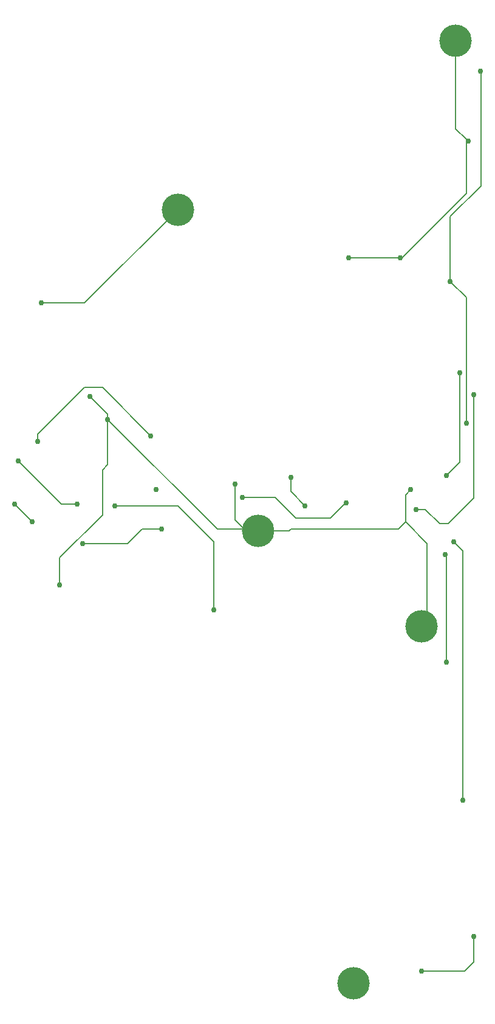
<source format=gbr>
G04 EAGLE Gerber RS-274X export*
G75*
%MOMM*%
%FSLAX34Y34*%
%LPD*%
%INBottom Copper*%
%IPPOS*%
%AMOC8*
5,1,8,0,0,1.08239X$1,22.5*%
G01*
%ADD10C,4.516000*%
%ADD11C,0.152400*%
%ADD12C,0.756400*%


D10*
X1507500Y2465000D03*
X1120000Y2230000D03*
X1232500Y1782500D03*
X1460000Y1650000D03*
X1365000Y1152500D03*
D11*
X1522500Y2252500D02*
X1522500Y2322500D01*
D12*
X1358100Y2162500D03*
D11*
X1522500Y2322500D02*
X1522500Y2327500D01*
X1522500Y2252500D02*
X1432500Y2162500D01*
X1430000Y2162500D01*
X1358100Y2162500D01*
D12*
X1430000Y2162500D03*
X1460000Y1170000D03*
D11*
X1520000Y1170000D01*
X1532500Y1182500D01*
X1532500Y1217500D01*
D12*
X1532500Y1217500D03*
X1445000Y1840000D03*
D11*
X1437500Y1832500D01*
X1467500Y1657500D02*
X1460000Y1650000D01*
X1437500Y1795000D02*
X1437500Y1832500D01*
X1437500Y1795000D02*
X1467500Y1765000D01*
X1467500Y1657500D01*
D12*
X997500Y1970000D03*
D11*
X1022500Y1945000D01*
D12*
X1022500Y1937500D03*
X955000Y1707500D03*
D11*
X955000Y1745000D01*
X1015000Y1805000D01*
X1015000Y1867500D01*
X1022500Y1875000D01*
X1232500Y1782500D02*
X1275316Y1782500D01*
X1277896Y1785080D01*
X1427580Y1785080D01*
X1437500Y1795000D01*
X1212500Y1785000D02*
X1175000Y1785000D01*
X1215000Y1782500D02*
X1232500Y1782500D01*
D12*
X1200000Y1847500D03*
D11*
X1200000Y1797500D01*
X1212500Y1785000D01*
X1215000Y1782500D01*
X990000Y2100000D02*
X1120000Y2230000D01*
X990000Y2100000D02*
X930000Y2100000D01*
D12*
X930000Y2100000D03*
D11*
X1507500Y2342500D02*
X1507500Y2465000D01*
X1507500Y2342500D02*
X1522500Y2327500D01*
D12*
X1525000Y2325000D03*
D11*
X1522500Y2322500D01*
X1022500Y1937500D02*
X1022500Y1875000D01*
X1022500Y1937500D02*
X1022500Y1945000D01*
X1022500Y1937500D02*
X1175000Y1785000D01*
D12*
X897500Y1880000D03*
D11*
X957500Y1820000D01*
X980000Y1820000D01*
D12*
X980000Y1820000D03*
X1495000Y1600000D03*
D11*
X1495000Y1747500D01*
X1492500Y1750000D01*
D12*
X1492500Y1750000D03*
X1170000Y1672500D03*
D11*
X1170000Y1767500D01*
X1120000Y1817500D02*
X1100000Y1817500D01*
D12*
X1032500Y1817500D03*
D11*
X1100000Y1817500D01*
X1120000Y1817500D02*
X1170000Y1767500D01*
D12*
X1210000Y1828822D03*
D11*
X1256178Y1828822D01*
X1332500Y1800000D02*
X1355000Y1822500D01*
X1355000Y1821178D01*
D12*
X1355000Y1821178D03*
D11*
X1285000Y1800000D02*
X1256178Y1828822D01*
X1285000Y1800000D02*
X1332500Y1800000D01*
D12*
X1517500Y1407500D03*
D11*
X1517500Y1755000D01*
X1505000Y1767500D01*
D12*
X1505000Y1767500D03*
X892500Y1820000D03*
D11*
X917500Y1795000D01*
D12*
X917500Y1795000D03*
X987500Y1765000D03*
D11*
X1050000Y1765000D01*
X1070000Y1785000D01*
X1097500Y1785000D01*
D12*
X1097500Y1785000D03*
X1090000Y1840000D03*
X1082500Y1915000D03*
D11*
X1015000Y1982500D01*
X925000Y1917500D02*
X925000Y1907500D01*
D12*
X925000Y1907500D03*
D11*
X990000Y1982500D02*
X1015000Y1982500D01*
X990000Y1982500D02*
X925000Y1917500D01*
D12*
X1500000Y2130000D03*
D11*
X1522500Y2107500D01*
D12*
X1522500Y1932500D03*
D11*
X1522500Y2107500D01*
X1500000Y2130000D02*
X1500000Y2220000D01*
X1542500Y2262500D01*
X1542500Y2422500D01*
X1541900Y2422500D01*
D12*
X1541900Y2422500D03*
X1533106Y1972500D03*
D11*
X1533106Y1828106D01*
X1497500Y1792500D01*
X1485000Y1792500D01*
X1465000Y1812500D01*
X1452500Y1812500D01*
D12*
X1452500Y1812500D03*
X1297500Y1817500D03*
D11*
X1277500Y1837500D01*
X1277500Y1857500D01*
D12*
X1277500Y1857500D03*
X1513106Y2002500D03*
D11*
X1513106Y1878106D01*
X1495000Y1860000D01*
D12*
X1495000Y1860000D03*
M02*

</source>
